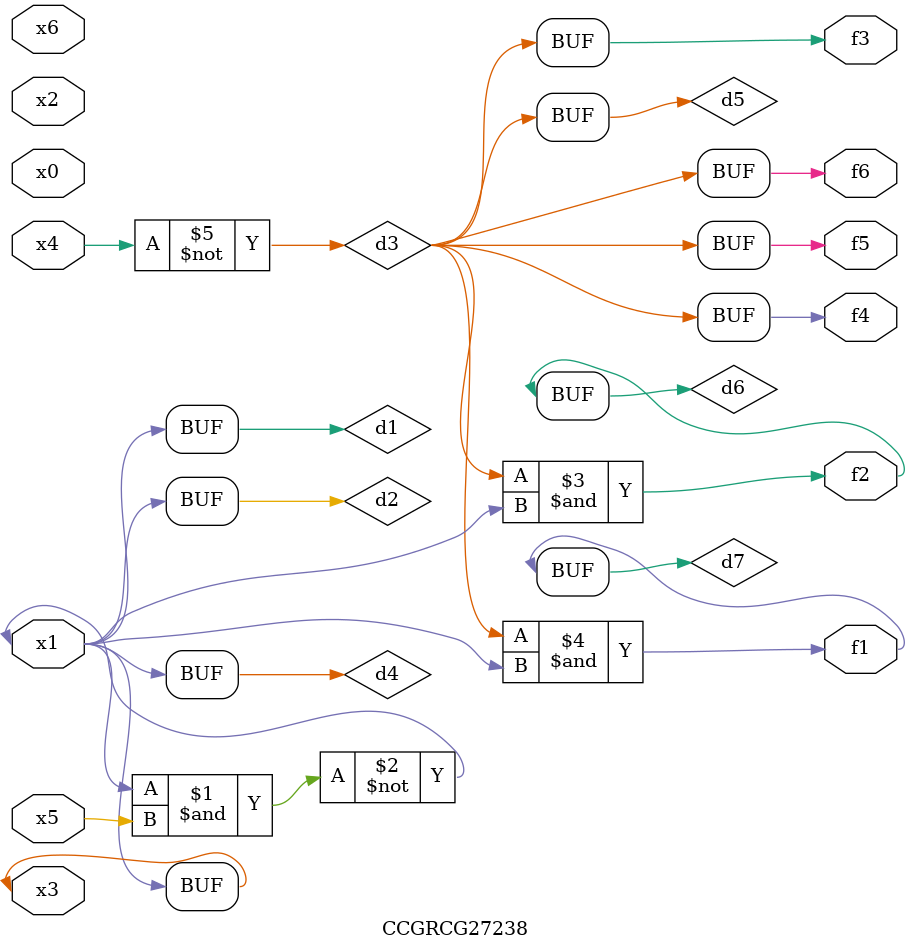
<source format=v>
module CCGRCG27238(
	input x0, x1, x2, x3, x4, x5, x6,
	output f1, f2, f3, f4, f5, f6
);

	wire d1, d2, d3, d4, d5, d6, d7;

	buf (d1, x1, x3);
	nand (d2, x1, x5);
	not (d3, x4);
	buf (d4, d1, d2);
	buf (d5, d3);
	and (d6, d3, d4);
	and (d7, d3, d4);
	assign f1 = d7;
	assign f2 = d6;
	assign f3 = d5;
	assign f4 = d5;
	assign f5 = d5;
	assign f6 = d5;
endmodule

</source>
